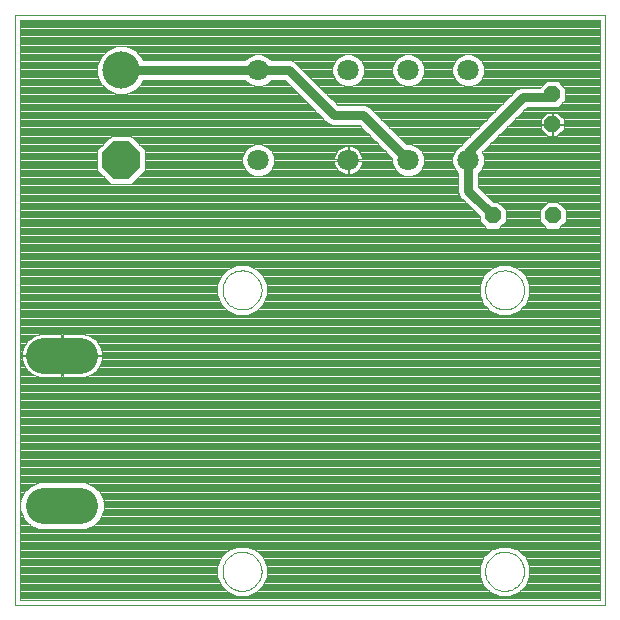
<source format=gtl>
G75*
G70*
%OFA0B0*%
%FSLAX24Y24*%
%IPPOS*%
%LPD*%
%AMOC8*
5,1,8,0,0,1.08239X$1,22.5*
%
%ADD10C,0.0000*%
%ADD11C,0.0709*%
%ADD12OC8,0.0520*%
%ADD13OC8,0.1240*%
%ADD14C,0.1240*%
%ADD15C,0.1210*%
%ADD16C,0.0039*%
%ADD17C,0.0295*%
D10*
X000121Y000504D02*
X000121Y020189D01*
X019806Y020189D01*
X019806Y000504D01*
X000121Y000504D01*
X007046Y001634D02*
X007048Y001684D01*
X007054Y001734D01*
X007064Y001784D01*
X007077Y001832D01*
X007094Y001880D01*
X007115Y001926D01*
X007139Y001970D01*
X007167Y002012D01*
X007198Y002052D01*
X007232Y002089D01*
X007269Y002124D01*
X007308Y002155D01*
X007349Y002184D01*
X007393Y002209D01*
X007439Y002231D01*
X007486Y002249D01*
X007534Y002263D01*
X007583Y002274D01*
X007633Y002281D01*
X007683Y002284D01*
X007734Y002283D01*
X007784Y002278D01*
X007834Y002269D01*
X007882Y002257D01*
X007930Y002240D01*
X007976Y002220D01*
X008021Y002197D01*
X008064Y002170D01*
X008104Y002140D01*
X008142Y002107D01*
X008177Y002071D01*
X008210Y002032D01*
X008239Y001991D01*
X008265Y001948D01*
X008288Y001903D01*
X008307Y001856D01*
X008322Y001808D01*
X008334Y001759D01*
X008342Y001709D01*
X008346Y001659D01*
X008346Y001609D01*
X008342Y001559D01*
X008334Y001509D01*
X008322Y001460D01*
X008307Y001412D01*
X008288Y001365D01*
X008265Y001320D01*
X008239Y001277D01*
X008210Y001236D01*
X008177Y001197D01*
X008142Y001161D01*
X008104Y001128D01*
X008064Y001098D01*
X008021Y001071D01*
X007976Y001048D01*
X007930Y001028D01*
X007882Y001011D01*
X007834Y000999D01*
X007784Y000990D01*
X007734Y000985D01*
X007683Y000984D01*
X007633Y000987D01*
X007583Y000994D01*
X007534Y001005D01*
X007486Y001019D01*
X007439Y001037D01*
X007393Y001059D01*
X007349Y001084D01*
X007308Y001113D01*
X007269Y001144D01*
X007232Y001179D01*
X007198Y001216D01*
X007167Y001256D01*
X007139Y001298D01*
X007115Y001342D01*
X007094Y001388D01*
X007077Y001436D01*
X007064Y001484D01*
X007054Y001534D01*
X007048Y001584D01*
X007046Y001634D01*
X015796Y001634D02*
X015798Y001684D01*
X015804Y001734D01*
X015814Y001784D01*
X015827Y001832D01*
X015844Y001880D01*
X015865Y001926D01*
X015889Y001970D01*
X015917Y002012D01*
X015948Y002052D01*
X015982Y002089D01*
X016019Y002124D01*
X016058Y002155D01*
X016099Y002184D01*
X016143Y002209D01*
X016189Y002231D01*
X016236Y002249D01*
X016284Y002263D01*
X016333Y002274D01*
X016383Y002281D01*
X016433Y002284D01*
X016484Y002283D01*
X016534Y002278D01*
X016584Y002269D01*
X016632Y002257D01*
X016680Y002240D01*
X016726Y002220D01*
X016771Y002197D01*
X016814Y002170D01*
X016854Y002140D01*
X016892Y002107D01*
X016927Y002071D01*
X016960Y002032D01*
X016989Y001991D01*
X017015Y001948D01*
X017038Y001903D01*
X017057Y001856D01*
X017072Y001808D01*
X017084Y001759D01*
X017092Y001709D01*
X017096Y001659D01*
X017096Y001609D01*
X017092Y001559D01*
X017084Y001509D01*
X017072Y001460D01*
X017057Y001412D01*
X017038Y001365D01*
X017015Y001320D01*
X016989Y001277D01*
X016960Y001236D01*
X016927Y001197D01*
X016892Y001161D01*
X016854Y001128D01*
X016814Y001098D01*
X016771Y001071D01*
X016726Y001048D01*
X016680Y001028D01*
X016632Y001011D01*
X016584Y000999D01*
X016534Y000990D01*
X016484Y000985D01*
X016433Y000984D01*
X016383Y000987D01*
X016333Y000994D01*
X016284Y001005D01*
X016236Y001019D01*
X016189Y001037D01*
X016143Y001059D01*
X016099Y001084D01*
X016058Y001113D01*
X016019Y001144D01*
X015982Y001179D01*
X015948Y001216D01*
X015917Y001256D01*
X015889Y001298D01*
X015865Y001342D01*
X015844Y001388D01*
X015827Y001436D01*
X015814Y001484D01*
X015804Y001534D01*
X015798Y001584D01*
X015796Y001634D01*
X015796Y011014D02*
X015798Y011064D01*
X015804Y011114D01*
X015814Y011164D01*
X015827Y011212D01*
X015844Y011260D01*
X015865Y011306D01*
X015889Y011350D01*
X015917Y011392D01*
X015948Y011432D01*
X015982Y011469D01*
X016019Y011504D01*
X016058Y011535D01*
X016099Y011564D01*
X016143Y011589D01*
X016189Y011611D01*
X016236Y011629D01*
X016284Y011643D01*
X016333Y011654D01*
X016383Y011661D01*
X016433Y011664D01*
X016484Y011663D01*
X016534Y011658D01*
X016584Y011649D01*
X016632Y011637D01*
X016680Y011620D01*
X016726Y011600D01*
X016771Y011577D01*
X016814Y011550D01*
X016854Y011520D01*
X016892Y011487D01*
X016927Y011451D01*
X016960Y011412D01*
X016989Y011371D01*
X017015Y011328D01*
X017038Y011283D01*
X017057Y011236D01*
X017072Y011188D01*
X017084Y011139D01*
X017092Y011089D01*
X017096Y011039D01*
X017096Y010989D01*
X017092Y010939D01*
X017084Y010889D01*
X017072Y010840D01*
X017057Y010792D01*
X017038Y010745D01*
X017015Y010700D01*
X016989Y010657D01*
X016960Y010616D01*
X016927Y010577D01*
X016892Y010541D01*
X016854Y010508D01*
X016814Y010478D01*
X016771Y010451D01*
X016726Y010428D01*
X016680Y010408D01*
X016632Y010391D01*
X016584Y010379D01*
X016534Y010370D01*
X016484Y010365D01*
X016433Y010364D01*
X016383Y010367D01*
X016333Y010374D01*
X016284Y010385D01*
X016236Y010399D01*
X016189Y010417D01*
X016143Y010439D01*
X016099Y010464D01*
X016058Y010493D01*
X016019Y010524D01*
X015982Y010559D01*
X015948Y010596D01*
X015917Y010636D01*
X015889Y010678D01*
X015865Y010722D01*
X015844Y010768D01*
X015827Y010816D01*
X015814Y010864D01*
X015804Y010914D01*
X015798Y010964D01*
X015796Y011014D01*
X007046Y011014D02*
X007048Y011064D01*
X007054Y011114D01*
X007064Y011164D01*
X007077Y011212D01*
X007094Y011260D01*
X007115Y011306D01*
X007139Y011350D01*
X007167Y011392D01*
X007198Y011432D01*
X007232Y011469D01*
X007269Y011504D01*
X007308Y011535D01*
X007349Y011564D01*
X007393Y011589D01*
X007439Y011611D01*
X007486Y011629D01*
X007534Y011643D01*
X007583Y011654D01*
X007633Y011661D01*
X007683Y011664D01*
X007734Y011663D01*
X007784Y011658D01*
X007834Y011649D01*
X007882Y011637D01*
X007930Y011620D01*
X007976Y011600D01*
X008021Y011577D01*
X008064Y011550D01*
X008104Y011520D01*
X008142Y011487D01*
X008177Y011451D01*
X008210Y011412D01*
X008239Y011371D01*
X008265Y011328D01*
X008288Y011283D01*
X008307Y011236D01*
X008322Y011188D01*
X008334Y011139D01*
X008342Y011089D01*
X008346Y011039D01*
X008346Y010989D01*
X008342Y010939D01*
X008334Y010889D01*
X008322Y010840D01*
X008307Y010792D01*
X008288Y010745D01*
X008265Y010700D01*
X008239Y010657D01*
X008210Y010616D01*
X008177Y010577D01*
X008142Y010541D01*
X008104Y010508D01*
X008064Y010478D01*
X008021Y010451D01*
X007976Y010428D01*
X007930Y010408D01*
X007882Y010391D01*
X007834Y010379D01*
X007784Y010370D01*
X007734Y010365D01*
X007683Y010364D01*
X007633Y010367D01*
X007583Y010374D01*
X007534Y010385D01*
X007486Y010399D01*
X007439Y010417D01*
X007393Y010439D01*
X007349Y010464D01*
X007308Y010493D01*
X007269Y010524D01*
X007232Y010559D01*
X007198Y010596D01*
X007167Y010636D01*
X007139Y010678D01*
X007115Y010722D01*
X007094Y010768D01*
X007077Y010816D01*
X007064Y010864D01*
X007054Y010914D01*
X007048Y010964D01*
X007046Y011014D01*
D11*
X008235Y015343D03*
X011235Y015343D03*
X013235Y015343D03*
X015235Y015343D03*
X015235Y018343D03*
X013235Y018343D03*
X011235Y018343D03*
X008235Y018343D03*
D12*
X016050Y013496D03*
X018050Y013496D03*
X018034Y016539D03*
X018034Y017539D03*
D13*
X003664Y015343D03*
D14*
X003664Y018343D03*
D15*
X002301Y008824D02*
X001091Y008824D01*
X001091Y003824D02*
X002301Y003824D01*
D16*
X002860Y004371D02*
X019629Y004371D01*
X019629Y004333D02*
X002898Y004333D01*
X002936Y004295D02*
X019629Y004295D01*
X019629Y004257D02*
X002968Y004257D01*
X002964Y004267D02*
X002744Y004487D01*
X002456Y004606D01*
X000935Y004606D01*
X000648Y004487D01*
X000428Y004267D01*
X000309Y003980D01*
X000309Y003668D01*
X000428Y003381D01*
X000648Y003161D01*
X000935Y003042D01*
X002456Y003042D01*
X002744Y003161D01*
X002964Y003381D01*
X003083Y003668D01*
X003083Y003980D01*
X002964Y004267D01*
X002984Y004219D02*
X019629Y004219D01*
X019629Y004182D02*
X002999Y004182D01*
X003015Y004144D02*
X019629Y004144D01*
X019629Y004106D02*
X003031Y004106D01*
X003046Y004068D02*
X019629Y004068D01*
X019629Y004030D02*
X003062Y004030D01*
X003078Y003992D02*
X019629Y003992D01*
X019629Y003954D02*
X003083Y003954D01*
X003083Y003916D02*
X019629Y003916D01*
X019629Y003878D02*
X003083Y003878D01*
X003083Y003840D02*
X019629Y003840D01*
X019629Y003802D02*
X003083Y003802D01*
X003083Y003764D02*
X019629Y003764D01*
X019629Y003727D02*
X003083Y003727D01*
X003083Y003689D02*
X019629Y003689D01*
X019629Y003651D02*
X003076Y003651D01*
X003060Y003613D02*
X019629Y003613D01*
X019629Y003575D02*
X003044Y003575D01*
X003028Y003537D02*
X019629Y003537D01*
X019629Y003499D02*
X003013Y003499D01*
X002997Y003461D02*
X019629Y003461D01*
X019629Y003423D02*
X002981Y003423D01*
X002966Y003385D02*
X019629Y003385D01*
X019629Y003347D02*
X002930Y003347D01*
X002892Y003310D02*
X019629Y003310D01*
X019629Y003272D02*
X002855Y003272D01*
X002817Y003234D02*
X019629Y003234D01*
X019629Y003196D02*
X002779Y003196D01*
X002737Y003158D02*
X019629Y003158D01*
X019629Y003120D02*
X002645Y003120D01*
X002554Y003082D02*
X019629Y003082D01*
X019629Y003044D02*
X002462Y003044D01*
X000929Y003044D02*
X000298Y003044D01*
X000298Y003006D02*
X019629Y003006D01*
X019629Y002968D02*
X000298Y002968D01*
X000298Y002930D02*
X019629Y002930D01*
X019629Y002892D02*
X000298Y002892D01*
X000298Y002855D02*
X019629Y002855D01*
X019629Y002817D02*
X000298Y002817D01*
X000298Y002779D02*
X019629Y002779D01*
X019629Y002741D02*
X000298Y002741D01*
X000298Y002703D02*
X019629Y002703D01*
X019629Y002665D02*
X000298Y002665D01*
X000298Y002627D02*
X019629Y002627D01*
X019629Y002589D02*
X000298Y002589D01*
X000298Y002551D02*
X019629Y002551D01*
X019629Y002513D02*
X000298Y002513D01*
X000298Y002475D02*
X019629Y002475D01*
X019629Y002438D02*
X016667Y002438D01*
X016610Y002461D02*
X016281Y002461D01*
X015977Y002335D01*
X015744Y002102D01*
X015619Y001798D01*
X015619Y001469D01*
X015744Y001165D01*
X015977Y000933D01*
X016281Y000807D01*
X016610Y000807D01*
X016914Y000933D01*
X017147Y001165D01*
X017273Y001469D01*
X017273Y001798D01*
X017147Y002102D01*
X016914Y002335D01*
X016610Y002461D01*
X016759Y002400D02*
X019629Y002400D01*
X019629Y002362D02*
X016850Y002362D01*
X016926Y002324D02*
X019629Y002324D01*
X019629Y002286D02*
X016964Y002286D01*
X017001Y002248D02*
X019629Y002248D01*
X019629Y002210D02*
X017039Y002210D01*
X017077Y002172D02*
X019629Y002172D01*
X019629Y002134D02*
X017115Y002134D01*
X017150Y002096D02*
X019629Y002096D01*
X019629Y002058D02*
X017165Y002058D01*
X017181Y002020D02*
X019629Y002020D01*
X019629Y001983D02*
X017197Y001983D01*
X017212Y001945D02*
X019629Y001945D01*
X019629Y001907D02*
X017228Y001907D01*
X017244Y001869D02*
X019629Y001869D01*
X019629Y001831D02*
X017259Y001831D01*
X017273Y001793D02*
X019629Y001793D01*
X019629Y001755D02*
X017273Y001755D01*
X017273Y001717D02*
X019629Y001717D01*
X019629Y001679D02*
X017273Y001679D01*
X017273Y001641D02*
X019629Y001641D01*
X019629Y001603D02*
X017273Y001603D01*
X017273Y001566D02*
X019629Y001566D01*
X019629Y001528D02*
X017273Y001528D01*
X017273Y001490D02*
X019629Y001490D01*
X019629Y001452D02*
X017266Y001452D01*
X017250Y001414D02*
X019629Y001414D01*
X019629Y001376D02*
X017234Y001376D01*
X017218Y001338D02*
X019629Y001338D01*
X019629Y001300D02*
X017203Y001300D01*
X017187Y001262D02*
X019629Y001262D01*
X019629Y001224D02*
X017171Y001224D01*
X017156Y001186D02*
X019629Y001186D01*
X019629Y001148D02*
X017130Y001148D01*
X017092Y001111D02*
X019629Y001111D01*
X019629Y001073D02*
X017054Y001073D01*
X017016Y001035D02*
X019629Y001035D01*
X019629Y000997D02*
X016978Y000997D01*
X016941Y000959D02*
X019629Y000959D01*
X019629Y000921D02*
X016886Y000921D01*
X016794Y000883D02*
X019629Y000883D01*
X019629Y000845D02*
X016703Y000845D01*
X016611Y000807D02*
X019629Y000807D01*
X019629Y000769D02*
X000298Y000769D01*
X000298Y000731D02*
X019629Y000731D01*
X019629Y000694D02*
X000298Y000694D01*
X000298Y000681D02*
X000298Y020012D01*
X019629Y020012D01*
X019629Y000681D01*
X000298Y000681D01*
X000298Y000807D02*
X007530Y000807D01*
X007531Y000807D02*
X007860Y000807D01*
X008164Y000933D01*
X008397Y001165D01*
X008523Y001469D01*
X008523Y001798D01*
X008397Y002102D01*
X008164Y002335D01*
X007860Y002461D01*
X007531Y002461D01*
X007227Y002335D01*
X006994Y002102D01*
X006869Y001798D01*
X006869Y001469D01*
X006994Y001165D01*
X007227Y000933D01*
X007531Y000807D01*
X007438Y000845D02*
X000298Y000845D01*
X000298Y000883D02*
X007347Y000883D01*
X007255Y000921D02*
X000298Y000921D01*
X000298Y000959D02*
X007201Y000959D01*
X007163Y000997D02*
X000298Y000997D01*
X000298Y001035D02*
X007125Y001035D01*
X007087Y001073D02*
X000298Y001073D01*
X000298Y001111D02*
X007049Y001111D01*
X007011Y001148D02*
X000298Y001148D01*
X000298Y001186D02*
X006986Y001186D01*
X006970Y001224D02*
X000298Y001224D01*
X000298Y001262D02*
X006954Y001262D01*
X006939Y001300D02*
X000298Y001300D01*
X000298Y001338D02*
X006923Y001338D01*
X006907Y001376D02*
X000298Y001376D01*
X000298Y001414D02*
X006892Y001414D01*
X006876Y001452D02*
X000298Y001452D01*
X000298Y001490D02*
X006869Y001490D01*
X006869Y001528D02*
X000298Y001528D01*
X000298Y001566D02*
X006869Y001566D01*
X006869Y001603D02*
X000298Y001603D01*
X000298Y001641D02*
X006869Y001641D01*
X006869Y001679D02*
X000298Y001679D01*
X000298Y001717D02*
X006869Y001717D01*
X006869Y001755D02*
X000298Y001755D01*
X000298Y001793D02*
X006869Y001793D01*
X006882Y001831D02*
X000298Y001831D01*
X000298Y001869D02*
X006898Y001869D01*
X006913Y001907D02*
X000298Y001907D01*
X000298Y001945D02*
X006929Y001945D01*
X006945Y001983D02*
X000298Y001983D01*
X000298Y002020D02*
X006961Y002020D01*
X006976Y002058D02*
X000298Y002058D01*
X000298Y002096D02*
X006992Y002096D01*
X007026Y002134D02*
X000298Y002134D01*
X000298Y002172D02*
X007064Y002172D01*
X007102Y002210D02*
X000298Y002210D01*
X000298Y002248D02*
X007140Y002248D01*
X007178Y002286D02*
X000298Y002286D01*
X000298Y002324D02*
X007216Y002324D01*
X007291Y002362D02*
X000298Y002362D01*
X000298Y002400D02*
X007383Y002400D01*
X007474Y002438D02*
X000298Y002438D01*
X000298Y003082D02*
X000838Y003082D01*
X000746Y003120D02*
X000298Y003120D01*
X000298Y003158D02*
X000655Y003158D01*
X000613Y003196D02*
X000298Y003196D01*
X000298Y003234D02*
X000575Y003234D01*
X000537Y003272D02*
X000298Y003272D01*
X000298Y003310D02*
X000499Y003310D01*
X000461Y003347D02*
X000298Y003347D01*
X000298Y003385D02*
X000426Y003385D01*
X000410Y003423D02*
X000298Y003423D01*
X000298Y003461D02*
X000394Y003461D01*
X000379Y003499D02*
X000298Y003499D01*
X000298Y003537D02*
X000363Y003537D01*
X000347Y003575D02*
X000298Y003575D01*
X000298Y003613D02*
X000332Y003613D01*
X000316Y003651D02*
X000298Y003651D01*
X000298Y003689D02*
X000309Y003689D01*
X000309Y003727D02*
X000298Y003727D01*
X000298Y003764D02*
X000309Y003764D01*
X000309Y003802D02*
X000298Y003802D01*
X000298Y003840D02*
X000309Y003840D01*
X000309Y003878D02*
X000298Y003878D01*
X000298Y003916D02*
X000309Y003916D01*
X000309Y003954D02*
X000298Y003954D01*
X000298Y003992D02*
X000314Y003992D01*
X000329Y004030D02*
X000298Y004030D01*
X000298Y004068D02*
X000345Y004068D01*
X000361Y004106D02*
X000298Y004106D01*
X000298Y004144D02*
X000377Y004144D01*
X000392Y004182D02*
X000298Y004182D01*
X000298Y004219D02*
X000408Y004219D01*
X000424Y004257D02*
X000298Y004257D01*
X000298Y004295D02*
X000456Y004295D01*
X000494Y004333D02*
X000298Y004333D01*
X000298Y004371D02*
X000532Y004371D01*
X000570Y004409D02*
X000298Y004409D01*
X000298Y004447D02*
X000608Y004447D01*
X000646Y004485D02*
X000298Y004485D01*
X000298Y004523D02*
X000734Y004523D01*
X000826Y004561D02*
X000298Y004561D01*
X000298Y004599D02*
X000917Y004599D01*
X000298Y004636D02*
X019629Y004636D01*
X019629Y004599D02*
X002474Y004599D01*
X002566Y004561D02*
X019629Y004561D01*
X019629Y004523D02*
X002657Y004523D01*
X002746Y004485D02*
X019629Y004485D01*
X019629Y004447D02*
X002784Y004447D01*
X002822Y004409D02*
X019629Y004409D01*
X019629Y004674D02*
X000298Y004674D01*
X000298Y004712D02*
X019629Y004712D01*
X019629Y004750D02*
X000298Y004750D01*
X000298Y004788D02*
X019629Y004788D01*
X019629Y004826D02*
X000298Y004826D01*
X000298Y004864D02*
X019629Y004864D01*
X019629Y004902D02*
X000298Y004902D01*
X000298Y004940D02*
X019629Y004940D01*
X019629Y004978D02*
X000298Y004978D01*
X000298Y005016D02*
X019629Y005016D01*
X019629Y005054D02*
X000298Y005054D01*
X000298Y005091D02*
X019629Y005091D01*
X019629Y005129D02*
X000298Y005129D01*
X000298Y005167D02*
X019629Y005167D01*
X019629Y005205D02*
X000298Y005205D01*
X000298Y005243D02*
X019629Y005243D01*
X019629Y005281D02*
X000298Y005281D01*
X000298Y005319D02*
X019629Y005319D01*
X019629Y005357D02*
X000298Y005357D01*
X000298Y005395D02*
X019629Y005395D01*
X019629Y005433D02*
X000298Y005433D01*
X000298Y005471D02*
X019629Y005471D01*
X019629Y005509D02*
X000298Y005509D01*
X000298Y005546D02*
X019629Y005546D01*
X019629Y005584D02*
X000298Y005584D01*
X000298Y005622D02*
X019629Y005622D01*
X019629Y005660D02*
X000298Y005660D01*
X000298Y005698D02*
X019629Y005698D01*
X019629Y005736D02*
X000298Y005736D01*
X000298Y005774D02*
X019629Y005774D01*
X019629Y005812D02*
X000298Y005812D01*
X000298Y005850D02*
X019629Y005850D01*
X019629Y005888D02*
X000298Y005888D01*
X000298Y005926D02*
X019629Y005926D01*
X019629Y005963D02*
X000298Y005963D01*
X000298Y006001D02*
X019629Y006001D01*
X019629Y006039D02*
X000298Y006039D01*
X000298Y006077D02*
X019629Y006077D01*
X019629Y006115D02*
X000298Y006115D01*
X000298Y006153D02*
X019629Y006153D01*
X019629Y006191D02*
X000298Y006191D01*
X000298Y006229D02*
X019629Y006229D01*
X019629Y006267D02*
X000298Y006267D01*
X000298Y006305D02*
X019629Y006305D01*
X019629Y006343D02*
X000298Y006343D01*
X000298Y006381D02*
X019629Y006381D01*
X019629Y006418D02*
X000298Y006418D01*
X000298Y006456D02*
X019629Y006456D01*
X019629Y006494D02*
X000298Y006494D01*
X000298Y006532D02*
X019629Y006532D01*
X019629Y006570D02*
X000298Y006570D01*
X000298Y006608D02*
X019629Y006608D01*
X019629Y006646D02*
X000298Y006646D01*
X000298Y006684D02*
X019629Y006684D01*
X019629Y006722D02*
X000298Y006722D01*
X000298Y006760D02*
X019629Y006760D01*
X019629Y006798D02*
X000298Y006798D01*
X000298Y006835D02*
X019629Y006835D01*
X019629Y006873D02*
X000298Y006873D01*
X000298Y006911D02*
X019629Y006911D01*
X019629Y006949D02*
X000298Y006949D01*
X000298Y006987D02*
X019629Y006987D01*
X019629Y007025D02*
X000298Y007025D01*
X000298Y007063D02*
X019629Y007063D01*
X019629Y007101D02*
X000298Y007101D01*
X000298Y007139D02*
X019629Y007139D01*
X019629Y007177D02*
X000298Y007177D01*
X000298Y007215D02*
X019629Y007215D01*
X019629Y007253D02*
X000298Y007253D01*
X000298Y007290D02*
X019629Y007290D01*
X019629Y007328D02*
X000298Y007328D01*
X000298Y007366D02*
X019629Y007366D01*
X019629Y007404D02*
X000298Y007404D01*
X000298Y007442D02*
X019629Y007442D01*
X019629Y007480D02*
X000298Y007480D01*
X000298Y007518D02*
X019629Y007518D01*
X019629Y007556D02*
X000298Y007556D01*
X000298Y007594D02*
X019629Y007594D01*
X019629Y007632D02*
X000298Y007632D01*
X000298Y007670D02*
X019629Y007670D01*
X019629Y007707D02*
X000298Y007707D01*
X000298Y007745D02*
X019629Y007745D01*
X019629Y007783D02*
X000298Y007783D01*
X000298Y007821D02*
X019629Y007821D01*
X019629Y007859D02*
X000298Y007859D01*
X000298Y007897D02*
X019629Y007897D01*
X019629Y007935D02*
X000298Y007935D01*
X000298Y007973D02*
X019629Y007973D01*
X019629Y008011D02*
X000298Y008011D01*
X000298Y008049D02*
X019629Y008049D01*
X019629Y008087D02*
X000298Y008087D01*
X000298Y008125D02*
X000901Y008125D01*
X000857Y008136D02*
X000949Y008112D01*
X001043Y008099D01*
X001676Y008099D01*
X001676Y008804D01*
X001715Y008804D01*
X001715Y008099D01*
X002348Y008099D01*
X002442Y008112D01*
X002534Y008136D01*
X002622Y008173D01*
X002704Y008220D01*
X002780Y008278D01*
X002847Y008345D01*
X002905Y008420D01*
X002952Y008503D01*
X002988Y008590D01*
X003013Y008682D01*
X003025Y008776D01*
X003025Y008804D01*
X001716Y008804D01*
X001716Y008844D01*
X003025Y008844D01*
X003025Y008871D01*
X003013Y008966D01*
X002988Y009057D01*
X002952Y009145D01*
X002905Y009227D01*
X002847Y009303D01*
X002780Y009370D01*
X002704Y009428D01*
X002622Y009475D01*
X002534Y009512D01*
X002442Y009536D01*
X002348Y009549D01*
X001715Y009549D01*
X001715Y008844D01*
X001676Y008844D01*
X001676Y009549D01*
X001043Y009549D01*
X000949Y009536D01*
X000857Y009512D01*
X000770Y009475D01*
X000687Y009428D01*
X000612Y009370D01*
X000545Y009303D01*
X000487Y009227D01*
X000439Y009145D01*
X000403Y009057D01*
X000378Y008966D01*
X000366Y008871D01*
X000366Y008844D01*
X001676Y008844D01*
X001676Y008804D01*
X000366Y008804D01*
X000366Y008776D01*
X000378Y008682D01*
X000403Y008590D01*
X000439Y008503D01*
X000487Y008420D01*
X000545Y008345D01*
X000612Y008278D01*
X000687Y008220D01*
X000770Y008173D01*
X000857Y008136D01*
X000794Y008162D02*
X000298Y008162D01*
X000298Y008200D02*
X000721Y008200D01*
X000664Y008238D02*
X000298Y008238D01*
X000298Y008276D02*
X000614Y008276D01*
X000576Y008314D02*
X000298Y008314D01*
X000298Y008352D02*
X000539Y008352D01*
X000510Y008390D02*
X000298Y008390D01*
X000298Y008428D02*
X000483Y008428D01*
X000461Y008466D02*
X000298Y008466D01*
X000298Y008504D02*
X000439Y008504D01*
X000423Y008542D02*
X000298Y008542D01*
X000298Y008579D02*
X000408Y008579D01*
X000396Y008617D02*
X000298Y008617D01*
X000298Y008655D02*
X000386Y008655D01*
X000377Y008693D02*
X000298Y008693D01*
X000298Y008731D02*
X000372Y008731D01*
X000367Y008769D02*
X000298Y008769D01*
X000298Y008807D02*
X001676Y008807D01*
X001676Y008845D02*
X001715Y008845D01*
X001715Y008883D02*
X001676Y008883D01*
X001676Y008921D02*
X001715Y008921D01*
X001715Y008959D02*
X001676Y008959D01*
X001676Y008997D02*
X001715Y008997D01*
X001715Y009034D02*
X001676Y009034D01*
X001676Y009072D02*
X001715Y009072D01*
X001715Y009110D02*
X001676Y009110D01*
X001676Y009148D02*
X001715Y009148D01*
X001715Y009186D02*
X001676Y009186D01*
X001676Y009224D02*
X001715Y009224D01*
X001715Y009262D02*
X001676Y009262D01*
X001676Y009300D02*
X001715Y009300D01*
X001715Y009338D02*
X001676Y009338D01*
X001676Y009376D02*
X001715Y009376D01*
X001715Y009414D02*
X001676Y009414D01*
X001676Y009451D02*
X001715Y009451D01*
X001715Y009489D02*
X001676Y009489D01*
X001676Y009527D02*
X001715Y009527D01*
X001716Y008807D02*
X019629Y008807D01*
X019629Y008845D02*
X003025Y008845D01*
X003024Y008883D02*
X019629Y008883D01*
X019629Y008921D02*
X003019Y008921D01*
X003014Y008959D02*
X019629Y008959D01*
X019629Y008997D02*
X003005Y008997D01*
X002995Y009034D02*
X019629Y009034D01*
X019629Y009072D02*
X002982Y009072D01*
X002966Y009110D02*
X019629Y009110D01*
X019629Y009148D02*
X002950Y009148D01*
X002928Y009186D02*
X019629Y009186D01*
X019629Y009224D02*
X002907Y009224D01*
X002878Y009262D02*
X019629Y009262D01*
X019629Y009300D02*
X002849Y009300D01*
X002812Y009338D02*
X019629Y009338D01*
X019629Y009376D02*
X002772Y009376D01*
X002723Y009414D02*
X019629Y009414D01*
X019629Y009451D02*
X002663Y009451D01*
X002588Y009489D02*
X019629Y009489D01*
X019629Y009527D02*
X002476Y009527D01*
X003024Y008769D02*
X019629Y008769D01*
X019629Y008731D02*
X003019Y008731D01*
X003014Y008693D02*
X019629Y008693D01*
X019629Y008655D02*
X003006Y008655D01*
X002996Y008617D02*
X019629Y008617D01*
X019629Y008579D02*
X002984Y008579D01*
X002968Y008542D02*
X019629Y008542D01*
X019629Y008504D02*
X002952Y008504D01*
X002931Y008466D02*
X019629Y008466D01*
X019629Y008428D02*
X002909Y008428D01*
X002881Y008390D02*
X019629Y008390D01*
X019629Y008352D02*
X002852Y008352D01*
X002816Y008314D02*
X019629Y008314D01*
X019629Y008276D02*
X002777Y008276D01*
X002728Y008238D02*
X019629Y008238D01*
X019629Y008200D02*
X002670Y008200D01*
X002597Y008162D02*
X019629Y008162D01*
X019629Y008125D02*
X002491Y008125D01*
X001715Y008125D02*
X001676Y008125D01*
X001676Y008162D02*
X001715Y008162D01*
X001715Y008200D02*
X001676Y008200D01*
X001676Y008238D02*
X001715Y008238D01*
X001715Y008276D02*
X001676Y008276D01*
X001676Y008314D02*
X001715Y008314D01*
X001715Y008352D02*
X001676Y008352D01*
X001676Y008390D02*
X001715Y008390D01*
X001715Y008428D02*
X001676Y008428D01*
X001676Y008466D02*
X001715Y008466D01*
X001715Y008504D02*
X001676Y008504D01*
X001676Y008542D02*
X001715Y008542D01*
X001715Y008579D02*
X001676Y008579D01*
X001676Y008617D02*
X001715Y008617D01*
X001715Y008655D02*
X001676Y008655D01*
X001676Y008693D02*
X001715Y008693D01*
X001715Y008731D02*
X001676Y008731D01*
X001676Y008769D02*
X001715Y008769D01*
X000916Y009527D02*
X000298Y009527D01*
X000298Y009489D02*
X000804Y009489D01*
X000728Y009451D02*
X000298Y009451D01*
X000298Y009414D02*
X000669Y009414D01*
X000619Y009376D02*
X000298Y009376D01*
X000298Y009338D02*
X000580Y009338D01*
X000543Y009300D02*
X000298Y009300D01*
X000298Y009262D02*
X000513Y009262D01*
X000485Y009224D02*
X000298Y009224D01*
X000298Y009186D02*
X000463Y009186D01*
X000441Y009148D02*
X000298Y009148D01*
X000298Y009110D02*
X000425Y009110D01*
X000409Y009072D02*
X000298Y009072D01*
X000298Y009034D02*
X000397Y009034D01*
X000387Y008997D02*
X000298Y008997D01*
X000298Y008959D02*
X000378Y008959D01*
X000373Y008921D02*
X000298Y008921D01*
X000298Y008883D02*
X000368Y008883D01*
X000366Y008845D02*
X000298Y008845D01*
X000298Y009565D02*
X019629Y009565D01*
X019629Y009603D02*
X000298Y009603D01*
X000298Y009641D02*
X019629Y009641D01*
X019629Y009679D02*
X000298Y009679D01*
X000298Y009717D02*
X019629Y009717D01*
X019629Y009755D02*
X000298Y009755D01*
X000298Y009793D02*
X019629Y009793D01*
X019629Y009831D02*
X000298Y009831D01*
X000298Y009869D02*
X019629Y009869D01*
X019629Y009906D02*
X000298Y009906D01*
X000298Y009944D02*
X019629Y009944D01*
X019629Y009982D02*
X000298Y009982D01*
X000298Y010020D02*
X019629Y010020D01*
X019629Y010058D02*
X000298Y010058D01*
X000298Y010096D02*
X019629Y010096D01*
X019629Y010134D02*
X000298Y010134D01*
X000298Y010172D02*
X019629Y010172D01*
X019629Y010210D02*
X016666Y010210D01*
X016610Y010187D02*
X016914Y010313D01*
X017147Y010545D01*
X017273Y010849D01*
X017273Y011178D01*
X017147Y011482D01*
X016914Y011715D01*
X016610Y011841D01*
X016281Y011841D01*
X015977Y011715D01*
X015744Y011482D01*
X015619Y011178D01*
X015619Y010849D01*
X015744Y010545D01*
X015977Y010313D01*
X016281Y010187D01*
X016610Y010187D01*
X016757Y010248D02*
X019629Y010248D01*
X019629Y010286D02*
X016849Y010286D01*
X016925Y010324D02*
X019629Y010324D01*
X019629Y010361D02*
X016963Y010361D01*
X017001Y010399D02*
X019629Y010399D01*
X019629Y010437D02*
X017039Y010437D01*
X017077Y010475D02*
X019629Y010475D01*
X019629Y010513D02*
X017115Y010513D01*
X017149Y010551D02*
X019629Y010551D01*
X019629Y010589D02*
X017165Y010589D01*
X017181Y010627D02*
X019629Y010627D01*
X019629Y010665D02*
X017196Y010665D01*
X017212Y010703D02*
X019629Y010703D01*
X019629Y010741D02*
X017228Y010741D01*
X017244Y010778D02*
X019629Y010778D01*
X019629Y010816D02*
X017259Y010816D01*
X017273Y010854D02*
X019629Y010854D01*
X019629Y010892D02*
X017273Y010892D01*
X017273Y010930D02*
X019629Y010930D01*
X019629Y010968D02*
X017273Y010968D01*
X017273Y011006D02*
X019629Y011006D01*
X019629Y011044D02*
X017273Y011044D01*
X017273Y011082D02*
X019629Y011082D01*
X019629Y011120D02*
X017273Y011120D01*
X017273Y011158D02*
X019629Y011158D01*
X019629Y011196D02*
X017266Y011196D01*
X017250Y011233D02*
X019629Y011233D01*
X019629Y011271D02*
X017234Y011271D01*
X017219Y011309D02*
X019629Y011309D01*
X019629Y011347D02*
X017203Y011347D01*
X017187Y011385D02*
X019629Y011385D01*
X019629Y011423D02*
X017172Y011423D01*
X017156Y011461D02*
X019629Y011461D01*
X019629Y011499D02*
X017131Y011499D01*
X017093Y011537D02*
X019629Y011537D01*
X019629Y011575D02*
X017055Y011575D01*
X017017Y011613D02*
X019629Y011613D01*
X019629Y011650D02*
X016979Y011650D01*
X016941Y011688D02*
X019629Y011688D01*
X019629Y011726D02*
X016887Y011726D01*
X016796Y011764D02*
X019629Y011764D01*
X019629Y011802D02*
X016704Y011802D01*
X016613Y011840D02*
X019629Y011840D01*
X019629Y011878D02*
X000298Y011878D01*
X000298Y011916D02*
X019629Y011916D01*
X019629Y011954D02*
X000298Y011954D01*
X000298Y011992D02*
X019629Y011992D01*
X019629Y012030D02*
X000298Y012030D01*
X000298Y012068D02*
X019629Y012068D01*
X019629Y012105D02*
X000298Y012105D01*
X000298Y012143D02*
X019629Y012143D01*
X019629Y012181D02*
X000298Y012181D01*
X000298Y012219D02*
X019629Y012219D01*
X019629Y012257D02*
X000298Y012257D01*
X000298Y012295D02*
X019629Y012295D01*
X019629Y012333D02*
X000298Y012333D01*
X000298Y012371D02*
X019629Y012371D01*
X019629Y012409D02*
X000298Y012409D01*
X000298Y012447D02*
X019629Y012447D01*
X019629Y012485D02*
X000298Y012485D01*
X000298Y012522D02*
X019629Y012522D01*
X019629Y012560D02*
X000298Y012560D01*
X000298Y012598D02*
X019629Y012598D01*
X019629Y012636D02*
X000298Y012636D01*
X000298Y012674D02*
X019629Y012674D01*
X019629Y012712D02*
X000298Y012712D01*
X000298Y012750D02*
X019629Y012750D01*
X019629Y012788D02*
X000298Y012788D01*
X000298Y012826D02*
X019629Y012826D01*
X019629Y012864D02*
X000298Y012864D01*
X000298Y012902D02*
X019629Y012902D01*
X019629Y012940D02*
X000298Y012940D01*
X000298Y012977D02*
X019629Y012977D01*
X019629Y013015D02*
X000298Y013015D01*
X000298Y013053D02*
X019629Y013053D01*
X019629Y013091D02*
X018263Y013091D01*
X018231Y013059D02*
X018487Y013315D01*
X018487Y013677D01*
X018231Y013933D01*
X017869Y013933D01*
X017613Y013677D01*
X017613Y013315D01*
X017869Y013059D01*
X018231Y013059D01*
X018301Y013129D02*
X019629Y013129D01*
X019629Y013167D02*
X018339Y013167D01*
X018377Y013205D02*
X019629Y013205D01*
X019629Y013243D02*
X018415Y013243D01*
X018453Y013281D02*
X019629Y013281D01*
X019629Y013319D02*
X018487Y013319D01*
X018487Y013357D02*
X019629Y013357D01*
X019629Y013394D02*
X018487Y013394D01*
X018487Y013432D02*
X019629Y013432D01*
X019629Y013470D02*
X018487Y013470D01*
X018487Y013508D02*
X019629Y013508D01*
X019629Y013546D02*
X018487Y013546D01*
X018487Y013584D02*
X019629Y013584D01*
X019629Y013622D02*
X018487Y013622D01*
X018487Y013660D02*
X019629Y013660D01*
X019629Y013698D02*
X018467Y013698D01*
X018429Y013736D02*
X019629Y013736D01*
X019629Y013774D02*
X018391Y013774D01*
X018353Y013812D02*
X019629Y013812D01*
X019629Y013849D02*
X018315Y013849D01*
X018277Y013887D02*
X019629Y013887D01*
X019629Y013925D02*
X018239Y013925D01*
X017861Y013925D02*
X016239Y013925D01*
X016231Y013933D02*
X016072Y013933D01*
X015560Y014446D01*
X015560Y014916D01*
X015686Y015041D01*
X015767Y015237D01*
X015767Y015448D01*
X015696Y015619D01*
X017185Y017108D01*
X017847Y017108D01*
X017853Y017102D01*
X018215Y017102D01*
X018471Y017358D01*
X018471Y017720D01*
X018215Y017976D01*
X017853Y017976D01*
X017635Y017758D01*
X016985Y017758D01*
X016866Y017708D01*
X016775Y017617D01*
X014963Y015805D01*
X014934Y015793D01*
X014785Y015644D01*
X014704Y015448D01*
X014704Y015237D01*
X014785Y015041D01*
X014910Y014916D01*
X014910Y014376D01*
X014910Y014246D01*
X014960Y014127D01*
X015613Y013474D01*
X015613Y013315D01*
X015869Y013059D01*
X016231Y013059D01*
X016487Y013315D01*
X016487Y013677D01*
X016231Y013933D01*
X016277Y013887D02*
X017823Y013887D01*
X017785Y013849D02*
X016315Y013849D01*
X016353Y013812D02*
X017747Y013812D01*
X017709Y013774D02*
X016391Y013774D01*
X016429Y013736D02*
X017671Y013736D01*
X017634Y013698D02*
X016467Y013698D01*
X016487Y013660D02*
X017613Y013660D01*
X017613Y013622D02*
X016487Y013622D01*
X016487Y013584D02*
X017613Y013584D01*
X017613Y013546D02*
X016487Y013546D01*
X016487Y013508D02*
X017613Y013508D01*
X017613Y013470D02*
X016487Y013470D01*
X016487Y013432D02*
X017613Y013432D01*
X017613Y013394D02*
X016487Y013394D01*
X016487Y013357D02*
X017613Y013357D01*
X017613Y013319D02*
X016487Y013319D01*
X016453Y013281D02*
X017647Y013281D01*
X017685Y013243D02*
X016415Y013243D01*
X016377Y013205D02*
X017723Y013205D01*
X017761Y013167D02*
X016339Y013167D01*
X016301Y013129D02*
X017799Y013129D01*
X017837Y013091D02*
X016263Y013091D01*
X015837Y013091D02*
X000298Y013091D01*
X000298Y013129D02*
X015799Y013129D01*
X015761Y013167D02*
X000298Y013167D01*
X000298Y013205D02*
X015723Y013205D01*
X015685Y013243D02*
X000298Y013243D01*
X000298Y013281D02*
X015647Y013281D01*
X015613Y013319D02*
X000298Y013319D01*
X000298Y013357D02*
X015613Y013357D01*
X015613Y013394D02*
X000298Y013394D01*
X000298Y013432D02*
X015613Y013432D01*
X015613Y013470D02*
X000298Y013470D01*
X000298Y013508D02*
X015579Y013508D01*
X015541Y013546D02*
X000298Y013546D01*
X000298Y013584D02*
X015503Y013584D01*
X015465Y013622D02*
X000298Y013622D01*
X000298Y013660D02*
X015427Y013660D01*
X015389Y013698D02*
X000298Y013698D01*
X000298Y013736D02*
X015351Y013736D01*
X015313Y013774D02*
X000298Y013774D01*
X000298Y013812D02*
X015275Y013812D01*
X015237Y013849D02*
X000298Y013849D01*
X000298Y013887D02*
X015199Y013887D01*
X015161Y013925D02*
X000298Y013925D01*
X000298Y013963D02*
X015124Y013963D01*
X015086Y014001D02*
X000298Y014001D01*
X000298Y014039D02*
X015048Y014039D01*
X015010Y014077D02*
X000298Y014077D01*
X000298Y014115D02*
X014972Y014115D01*
X014949Y014153D02*
X000298Y014153D01*
X000298Y014191D02*
X014933Y014191D01*
X014918Y014229D02*
X000298Y014229D01*
X000298Y014266D02*
X014910Y014266D01*
X014910Y014304D02*
X000298Y014304D01*
X000298Y014342D02*
X014910Y014342D01*
X014910Y014380D02*
X000298Y014380D01*
X000298Y014418D02*
X014910Y014418D01*
X014910Y014456D02*
X000298Y014456D01*
X000298Y014494D02*
X014910Y014494D01*
X014910Y014532D02*
X000298Y014532D01*
X000298Y014570D02*
X003310Y014570D01*
X003334Y014545D02*
X003994Y014545D01*
X004461Y015012D01*
X004461Y015673D01*
X003994Y016140D01*
X003334Y016140D01*
X002867Y015673D01*
X002867Y015012D01*
X003334Y014545D01*
X003272Y014608D02*
X000298Y014608D01*
X000298Y014646D02*
X003234Y014646D01*
X003196Y014684D02*
X000298Y014684D01*
X000298Y014721D02*
X003158Y014721D01*
X003120Y014759D02*
X000298Y014759D01*
X000298Y014797D02*
X003082Y014797D01*
X003044Y014835D02*
X000298Y014835D01*
X000298Y014873D02*
X003006Y014873D01*
X002968Y014911D02*
X000298Y014911D01*
X000298Y014949D02*
X002930Y014949D01*
X002893Y014987D02*
X000298Y014987D01*
X000298Y015025D02*
X002867Y015025D01*
X002867Y015063D02*
X000298Y015063D01*
X000298Y015101D02*
X002867Y015101D01*
X002867Y015139D02*
X000298Y015139D01*
X000298Y015176D02*
X002867Y015176D01*
X002867Y015214D02*
X000298Y015214D01*
X000298Y015252D02*
X002867Y015252D01*
X002867Y015290D02*
X000298Y015290D01*
X000298Y015328D02*
X002867Y015328D01*
X002867Y015366D02*
X000298Y015366D01*
X000298Y015404D02*
X002867Y015404D01*
X002867Y015442D02*
X000298Y015442D01*
X000298Y015480D02*
X002867Y015480D01*
X002867Y015518D02*
X000298Y015518D01*
X000298Y015556D02*
X002867Y015556D01*
X002867Y015593D02*
X000298Y015593D01*
X000298Y015631D02*
X002867Y015631D01*
X002867Y015669D02*
X000298Y015669D01*
X000298Y015707D02*
X002902Y015707D01*
X002940Y015745D02*
X000298Y015745D01*
X000298Y015783D02*
X002977Y015783D01*
X003015Y015821D02*
X000298Y015821D01*
X000298Y015859D02*
X003053Y015859D01*
X003091Y015897D02*
X000298Y015897D01*
X000298Y015935D02*
X003129Y015935D01*
X003167Y015973D02*
X000298Y015973D01*
X000298Y016011D02*
X003205Y016011D01*
X003243Y016048D02*
X000298Y016048D01*
X000298Y016086D02*
X003281Y016086D01*
X003319Y016124D02*
X000298Y016124D01*
X000298Y016162D02*
X011956Y016162D01*
X011994Y016124D02*
X004010Y016124D01*
X004048Y016086D02*
X012032Y016086D01*
X012070Y016048D02*
X004086Y016048D01*
X004124Y016011D02*
X012108Y016011D01*
X012146Y015973D02*
X004161Y015973D01*
X004199Y015935D02*
X012184Y015935D01*
X012221Y015897D02*
X004237Y015897D01*
X004275Y015859D02*
X008093Y015859D01*
X008129Y015874D02*
X007934Y015793D01*
X007785Y015644D01*
X007704Y015448D01*
X007704Y015237D01*
X007785Y015041D01*
X007934Y014892D01*
X008129Y014811D01*
X008341Y014811D01*
X008536Y014892D01*
X008686Y015041D01*
X008767Y015237D01*
X008767Y015448D01*
X008686Y015644D01*
X008536Y015793D01*
X008341Y015874D01*
X008129Y015874D01*
X008001Y015821D02*
X004313Y015821D01*
X004351Y015783D02*
X007924Y015783D01*
X007886Y015745D02*
X004389Y015745D01*
X004427Y015707D02*
X007848Y015707D01*
X007810Y015669D02*
X004461Y015669D01*
X004461Y015631D02*
X007779Y015631D01*
X007764Y015593D02*
X004461Y015593D01*
X004461Y015556D02*
X007748Y015556D01*
X007732Y015518D02*
X004461Y015518D01*
X004461Y015480D02*
X007717Y015480D01*
X007704Y015442D02*
X004461Y015442D01*
X004461Y015404D02*
X007704Y015404D01*
X007704Y015366D02*
X004461Y015366D01*
X004461Y015328D02*
X007704Y015328D01*
X007704Y015290D02*
X004461Y015290D01*
X004461Y015252D02*
X007704Y015252D01*
X007713Y015214D02*
X004461Y015214D01*
X004461Y015176D02*
X007729Y015176D01*
X007744Y015139D02*
X004461Y015139D01*
X004461Y015101D02*
X007760Y015101D01*
X007776Y015063D02*
X004461Y015063D01*
X004461Y015025D02*
X007801Y015025D01*
X007839Y014987D02*
X004436Y014987D01*
X004398Y014949D02*
X007877Y014949D01*
X007915Y014911D02*
X004360Y014911D01*
X004322Y014873D02*
X007979Y014873D01*
X008071Y014835D02*
X004284Y014835D01*
X004246Y014797D02*
X014910Y014797D01*
X014910Y014759D02*
X004208Y014759D01*
X004171Y014721D02*
X014910Y014721D01*
X014910Y014684D02*
X004133Y014684D01*
X004095Y014646D02*
X014910Y014646D01*
X014910Y014608D02*
X004057Y014608D01*
X004019Y014570D02*
X014910Y014570D01*
X014910Y014835D02*
X013399Y014835D01*
X013341Y014811D02*
X013536Y014892D01*
X013686Y015041D01*
X013767Y015237D01*
X013767Y015448D01*
X013686Y015644D01*
X013536Y015793D01*
X013341Y015874D01*
X013163Y015874D01*
X011919Y017118D01*
X011800Y017167D01*
X011670Y017167D01*
X010885Y017167D01*
X009435Y018618D01*
X009315Y018667D01*
X009186Y018667D01*
X008662Y018667D01*
X008536Y018793D01*
X008341Y018874D01*
X008129Y018874D01*
X007934Y018793D01*
X007808Y018667D01*
X004393Y018667D01*
X004340Y018794D01*
X004116Y019018D01*
X003823Y019140D01*
X003506Y019140D01*
X003213Y019018D01*
X002988Y018794D01*
X002867Y018501D01*
X002867Y018184D01*
X002988Y017891D01*
X003213Y017667D01*
X003506Y017545D01*
X003823Y017545D01*
X004116Y017667D01*
X004340Y017891D01*
X004393Y018018D01*
X007808Y018018D01*
X007934Y017892D01*
X008129Y017811D01*
X008341Y017811D01*
X008536Y017892D01*
X008662Y018018D01*
X009116Y018018D01*
X010476Y016659D01*
X010476Y016659D01*
X010567Y016567D01*
X010686Y016518D01*
X011601Y016518D01*
X012704Y015415D01*
X012704Y015237D01*
X012785Y015041D01*
X012934Y014892D01*
X013129Y014811D01*
X013341Y014811D01*
X013491Y014873D02*
X014910Y014873D01*
X014910Y014911D02*
X013555Y014911D01*
X013593Y014949D02*
X014877Y014949D01*
X014839Y014987D02*
X013631Y014987D01*
X013669Y015025D02*
X014801Y015025D01*
X014776Y015063D02*
X013694Y015063D01*
X013710Y015101D02*
X014760Y015101D01*
X014744Y015139D02*
X013726Y015139D01*
X013742Y015176D02*
X014729Y015176D01*
X014713Y015214D02*
X013757Y015214D01*
X013767Y015252D02*
X014704Y015252D01*
X014704Y015290D02*
X013767Y015290D01*
X013767Y015328D02*
X014704Y015328D01*
X014704Y015366D02*
X013767Y015366D01*
X013767Y015404D02*
X014704Y015404D01*
X014704Y015442D02*
X013767Y015442D01*
X013754Y015480D02*
X014717Y015480D01*
X014732Y015518D02*
X013738Y015518D01*
X013722Y015556D02*
X014748Y015556D01*
X014764Y015593D02*
X013706Y015593D01*
X013691Y015631D02*
X014779Y015631D01*
X014810Y015669D02*
X013660Y015669D01*
X013622Y015707D02*
X014848Y015707D01*
X014886Y015745D02*
X013584Y015745D01*
X013546Y015783D02*
X014924Y015783D01*
X014979Y015821D02*
X013469Y015821D01*
X013377Y015859D02*
X015017Y015859D01*
X015054Y015897D02*
X013140Y015897D01*
X013102Y015935D02*
X015092Y015935D01*
X015130Y015973D02*
X013064Y015973D01*
X013026Y016011D02*
X015168Y016011D01*
X015206Y016048D02*
X012989Y016048D01*
X012951Y016086D02*
X015244Y016086D01*
X015282Y016124D02*
X012913Y016124D01*
X012875Y016162D02*
X015320Y016162D01*
X015358Y016200D02*
X012837Y016200D01*
X012799Y016238D02*
X015396Y016238D01*
X015434Y016276D02*
X012761Y016276D01*
X012723Y016314D02*
X015472Y016314D01*
X015509Y016352D02*
X012685Y016352D01*
X012647Y016390D02*
X015547Y016390D01*
X015585Y016428D02*
X012609Y016428D01*
X012571Y016465D02*
X015623Y016465D01*
X015661Y016503D02*
X012534Y016503D01*
X012496Y016541D02*
X015699Y016541D01*
X015737Y016579D02*
X012458Y016579D01*
X012420Y016617D02*
X015775Y016617D01*
X015813Y016655D02*
X012382Y016655D01*
X012344Y016693D02*
X015851Y016693D01*
X015889Y016731D02*
X012306Y016731D01*
X012268Y016769D02*
X015926Y016769D01*
X015964Y016807D02*
X012230Y016807D01*
X012192Y016845D02*
X016002Y016845D01*
X016040Y016883D02*
X012154Y016883D01*
X012116Y016920D02*
X016078Y016920D01*
X016116Y016958D02*
X012079Y016958D01*
X012041Y016996D02*
X016154Y016996D01*
X016192Y017034D02*
X012003Y017034D01*
X011965Y017072D02*
X016230Y017072D01*
X016268Y017110D02*
X011927Y017110D01*
X011846Y017148D02*
X016306Y017148D01*
X016344Y017186D02*
X010867Y017186D01*
X010829Y017224D02*
X016381Y017224D01*
X016419Y017262D02*
X010791Y017262D01*
X010753Y017300D02*
X016457Y017300D01*
X016495Y017337D02*
X010715Y017337D01*
X010677Y017375D02*
X016533Y017375D01*
X016571Y017413D02*
X010639Y017413D01*
X010601Y017451D02*
X016609Y017451D01*
X016647Y017489D02*
X010564Y017489D01*
X010526Y017527D02*
X016685Y017527D01*
X016723Y017565D02*
X010488Y017565D01*
X010450Y017603D02*
X016761Y017603D01*
X016798Y017641D02*
X010412Y017641D01*
X010374Y017679D02*
X016836Y017679D01*
X016886Y017717D02*
X010336Y017717D01*
X010298Y017755D02*
X016977Y017755D01*
X017669Y017792D02*
X010260Y017792D01*
X010222Y017830D02*
X011083Y017830D01*
X011129Y017811D02*
X011341Y017811D01*
X011536Y017892D01*
X011686Y018041D01*
X011767Y018237D01*
X011767Y018448D01*
X011686Y018644D01*
X011536Y018793D01*
X011341Y018874D01*
X011129Y018874D01*
X010934Y018793D01*
X010785Y018644D01*
X010704Y018448D01*
X010704Y018237D01*
X010785Y018041D01*
X010934Y017892D01*
X011129Y017811D01*
X010991Y017868D02*
X010184Y017868D01*
X010146Y017906D02*
X010920Y017906D01*
X010882Y017944D02*
X010109Y017944D01*
X010071Y017982D02*
X010844Y017982D01*
X010806Y018020D02*
X010033Y018020D01*
X009995Y018058D02*
X010778Y018058D01*
X010762Y018096D02*
X009957Y018096D01*
X009919Y018134D02*
X010746Y018134D01*
X010731Y018172D02*
X009881Y018172D01*
X009843Y018209D02*
X010715Y018209D01*
X010704Y018247D02*
X009805Y018247D01*
X009767Y018285D02*
X010704Y018285D01*
X010704Y018323D02*
X009729Y018323D01*
X009692Y018361D02*
X010704Y018361D01*
X010704Y018399D02*
X009654Y018399D01*
X009616Y018437D02*
X010704Y018437D01*
X010715Y018475D02*
X009578Y018475D01*
X009540Y018513D02*
X010730Y018513D01*
X010746Y018551D02*
X009502Y018551D01*
X009464Y018589D02*
X010762Y018589D01*
X010777Y018627D02*
X009414Y018627D01*
X009322Y018664D02*
X010805Y018664D01*
X010843Y018702D02*
X008627Y018702D01*
X008589Y018740D02*
X010881Y018740D01*
X010919Y018778D02*
X008551Y018778D01*
X008481Y018816D02*
X010990Y018816D01*
X011081Y018854D02*
X008389Y018854D01*
X008081Y018854D02*
X004280Y018854D01*
X004242Y018892D02*
X019629Y018892D01*
X019629Y018930D02*
X004204Y018930D01*
X004166Y018968D02*
X019629Y018968D01*
X019629Y019006D02*
X004128Y019006D01*
X004055Y019044D02*
X019629Y019044D01*
X019629Y019081D02*
X003963Y019081D01*
X003872Y019119D02*
X019629Y019119D01*
X019629Y019157D02*
X000298Y019157D01*
X000298Y019119D02*
X003457Y019119D01*
X003365Y019081D02*
X000298Y019081D01*
X000298Y019044D02*
X003274Y019044D01*
X003200Y019006D02*
X000298Y019006D01*
X000298Y018968D02*
X003162Y018968D01*
X003124Y018930D02*
X000298Y018930D01*
X000298Y018892D02*
X003086Y018892D01*
X003048Y018854D02*
X000298Y018854D01*
X000298Y018816D02*
X003010Y018816D01*
X002982Y018778D02*
X000298Y018778D01*
X000298Y018740D02*
X002966Y018740D01*
X002950Y018702D02*
X000298Y018702D01*
X000298Y018664D02*
X002935Y018664D01*
X002919Y018627D02*
X000298Y018627D01*
X000298Y018589D02*
X002903Y018589D01*
X002888Y018551D02*
X000298Y018551D01*
X000298Y018513D02*
X002872Y018513D01*
X002867Y018475D02*
X000298Y018475D01*
X000298Y018437D02*
X002867Y018437D01*
X002867Y018399D02*
X000298Y018399D01*
X000298Y018361D02*
X002867Y018361D01*
X002867Y018323D02*
X000298Y018323D01*
X000298Y018285D02*
X002867Y018285D01*
X002867Y018247D02*
X000298Y018247D01*
X000298Y018209D02*
X002867Y018209D01*
X002872Y018172D02*
X000298Y018172D01*
X000298Y018134D02*
X002888Y018134D01*
X002904Y018096D02*
X000298Y018096D01*
X000298Y018058D02*
X002919Y018058D01*
X002935Y018020D02*
X000298Y018020D01*
X000298Y017982D02*
X002951Y017982D01*
X002966Y017944D02*
X000298Y017944D01*
X000298Y017906D02*
X002982Y017906D01*
X003011Y017868D02*
X000298Y017868D01*
X000298Y017830D02*
X003049Y017830D01*
X003087Y017792D02*
X000298Y017792D01*
X000298Y017755D02*
X003125Y017755D01*
X003163Y017717D02*
X000298Y017717D01*
X000298Y017679D02*
X003201Y017679D01*
X003275Y017641D02*
X000298Y017641D01*
X000298Y017603D02*
X003367Y017603D01*
X003458Y017565D02*
X000298Y017565D01*
X000298Y017527D02*
X009607Y017527D01*
X009645Y017489D02*
X000298Y017489D01*
X000298Y017451D02*
X009683Y017451D01*
X009721Y017413D02*
X000298Y017413D01*
X000298Y017375D02*
X009759Y017375D01*
X009797Y017337D02*
X000298Y017337D01*
X000298Y017300D02*
X009834Y017300D01*
X009872Y017262D02*
X000298Y017262D01*
X000298Y017224D02*
X009910Y017224D01*
X009948Y017186D02*
X000298Y017186D01*
X000298Y017148D02*
X009986Y017148D01*
X010024Y017110D02*
X000298Y017110D01*
X000298Y017072D02*
X010062Y017072D01*
X010100Y017034D02*
X000298Y017034D01*
X000298Y016996D02*
X010138Y016996D01*
X010176Y016958D02*
X000298Y016958D01*
X000298Y016920D02*
X010214Y016920D01*
X010251Y016883D02*
X000298Y016883D01*
X000298Y016845D02*
X010289Y016845D01*
X010327Y016807D02*
X000298Y016807D01*
X000298Y016769D02*
X010365Y016769D01*
X010403Y016731D02*
X000298Y016731D01*
X000298Y016693D02*
X010441Y016693D01*
X010479Y016655D02*
X000298Y016655D01*
X000298Y016617D02*
X010517Y016617D01*
X010555Y016579D02*
X000298Y016579D01*
X000298Y016541D02*
X010629Y016541D01*
X011053Y015782D02*
X010987Y015748D01*
X010926Y015704D01*
X010874Y015651D01*
X010830Y015591D01*
X010796Y015524D01*
X010773Y015454D01*
X010761Y015380D01*
X010761Y015362D01*
X011215Y015362D01*
X011215Y015323D01*
X010761Y015323D01*
X010761Y015305D01*
X010773Y015231D01*
X010796Y015161D01*
X010830Y015094D01*
X010874Y015034D01*
X010926Y014981D01*
X010987Y014937D01*
X011053Y014903D01*
X011124Y014880D01*
X011198Y014869D01*
X011215Y014869D01*
X011215Y015323D01*
X011255Y015323D01*
X011255Y015362D01*
X011709Y015362D01*
X011709Y015380D01*
X011697Y015454D01*
X011674Y015524D01*
X011641Y015591D01*
X011597Y015651D01*
X011544Y015704D01*
X011484Y015748D01*
X011417Y015782D01*
X011346Y015805D01*
X011272Y015816D01*
X011255Y015816D01*
X011255Y015362D01*
X011215Y015362D01*
X011215Y015816D01*
X011198Y015816D01*
X011124Y015805D01*
X011053Y015782D01*
X011057Y015783D02*
X008546Y015783D01*
X008584Y015745D02*
X010983Y015745D01*
X010931Y015707D02*
X008622Y015707D01*
X008660Y015669D02*
X010892Y015669D01*
X010859Y015631D02*
X008691Y015631D01*
X008706Y015593D02*
X010832Y015593D01*
X010812Y015556D02*
X008722Y015556D01*
X008738Y015518D02*
X010794Y015518D01*
X010781Y015480D02*
X008754Y015480D01*
X008767Y015442D02*
X010771Y015442D01*
X010765Y015404D02*
X008767Y015404D01*
X008767Y015366D02*
X010761Y015366D01*
X010763Y015290D02*
X008767Y015290D01*
X008767Y015252D02*
X010769Y015252D01*
X010778Y015214D02*
X008757Y015214D01*
X008742Y015176D02*
X010791Y015176D01*
X010807Y015139D02*
X008726Y015139D01*
X008710Y015101D02*
X010826Y015101D01*
X010852Y015063D02*
X008694Y015063D01*
X008669Y015025D02*
X010882Y015025D01*
X010920Y014987D02*
X008631Y014987D01*
X008593Y014949D02*
X010970Y014949D01*
X011038Y014911D02*
X008555Y014911D01*
X008491Y014873D02*
X011169Y014873D01*
X011215Y014873D02*
X011255Y014873D01*
X011255Y014869D02*
X011272Y014869D01*
X011346Y014880D01*
X011417Y014903D01*
X011484Y014937D01*
X011544Y014981D01*
X011597Y015034D01*
X011641Y015094D01*
X011674Y015161D01*
X011697Y015231D01*
X011709Y015305D01*
X011709Y015323D01*
X011255Y015323D01*
X011255Y014869D01*
X011255Y014911D02*
X011215Y014911D01*
X011215Y014949D02*
X011255Y014949D01*
X011255Y014987D02*
X011215Y014987D01*
X011215Y015025D02*
X011255Y015025D01*
X011255Y015063D02*
X011215Y015063D01*
X011215Y015101D02*
X011255Y015101D01*
X011255Y015139D02*
X011215Y015139D01*
X011215Y015176D02*
X011255Y015176D01*
X011255Y015214D02*
X011215Y015214D01*
X011215Y015252D02*
X011255Y015252D01*
X011255Y015290D02*
X011215Y015290D01*
X011215Y015328D02*
X008767Y015328D01*
X008469Y015821D02*
X012297Y015821D01*
X012259Y015859D02*
X008377Y015859D01*
X008399Y014835D02*
X013071Y014835D01*
X012979Y014873D02*
X011301Y014873D01*
X011432Y014911D02*
X012915Y014911D01*
X012877Y014949D02*
X011500Y014949D01*
X011550Y014987D02*
X012839Y014987D01*
X012801Y015025D02*
X011588Y015025D01*
X011618Y015063D02*
X012776Y015063D01*
X012760Y015101D02*
X011644Y015101D01*
X011663Y015139D02*
X012744Y015139D01*
X012729Y015176D02*
X011680Y015176D01*
X011692Y015214D02*
X012713Y015214D01*
X012704Y015252D02*
X011701Y015252D01*
X011707Y015290D02*
X012704Y015290D01*
X012704Y015328D02*
X011255Y015328D01*
X011255Y015366D02*
X011215Y015366D01*
X011215Y015404D02*
X011255Y015404D01*
X011255Y015442D02*
X011215Y015442D01*
X011215Y015480D02*
X011255Y015480D01*
X011255Y015518D02*
X011215Y015518D01*
X011215Y015556D02*
X011255Y015556D01*
X011255Y015593D02*
X011215Y015593D01*
X011215Y015631D02*
X011255Y015631D01*
X011255Y015669D02*
X011215Y015669D01*
X011215Y015707D02*
X011255Y015707D01*
X011255Y015745D02*
X011215Y015745D01*
X011215Y015783D02*
X011255Y015783D01*
X011413Y015783D02*
X012335Y015783D01*
X012373Y015745D02*
X011487Y015745D01*
X011540Y015707D02*
X012411Y015707D01*
X012449Y015669D02*
X011579Y015669D01*
X011611Y015631D02*
X012487Y015631D01*
X012525Y015593D02*
X011639Y015593D01*
X011659Y015556D02*
X012563Y015556D01*
X012601Y015518D02*
X011677Y015518D01*
X011689Y015480D02*
X012639Y015480D01*
X012676Y015442D02*
X011699Y015442D01*
X011705Y015404D02*
X012704Y015404D01*
X012704Y015366D02*
X011709Y015366D01*
X011918Y016200D02*
X000298Y016200D01*
X000298Y016238D02*
X011880Y016238D01*
X011842Y016276D02*
X000298Y016276D01*
X000298Y016314D02*
X011804Y016314D01*
X011767Y016352D02*
X000298Y016352D01*
X000298Y016390D02*
X011729Y016390D01*
X011691Y016428D02*
X000298Y016428D01*
X000298Y016465D02*
X011653Y016465D01*
X011615Y016503D02*
X000298Y016503D01*
X000298Y019195D02*
X019629Y019195D01*
X019629Y019233D02*
X000298Y019233D01*
X000298Y019271D02*
X019629Y019271D01*
X019629Y019309D02*
X000298Y019309D01*
X000298Y019347D02*
X019629Y019347D01*
X019629Y019385D02*
X000298Y019385D01*
X000298Y019423D02*
X019629Y019423D01*
X019629Y019461D02*
X000298Y019461D01*
X000298Y019499D02*
X019629Y019499D01*
X019629Y019536D02*
X000298Y019536D01*
X000298Y019574D02*
X019629Y019574D01*
X019629Y019612D02*
X000298Y019612D01*
X000298Y019650D02*
X019629Y019650D01*
X019629Y019688D02*
X000298Y019688D01*
X000298Y019726D02*
X019629Y019726D01*
X019629Y019764D02*
X000298Y019764D01*
X000298Y019802D02*
X019629Y019802D01*
X019629Y019840D02*
X000298Y019840D01*
X000298Y019878D02*
X019629Y019878D01*
X019629Y019916D02*
X000298Y019916D01*
X000298Y019954D02*
X019629Y019954D01*
X019629Y019991D02*
X000298Y019991D01*
X003870Y017565D02*
X009569Y017565D01*
X009531Y017603D02*
X003962Y017603D01*
X004053Y017641D02*
X009493Y017641D01*
X009455Y017679D02*
X004128Y017679D01*
X004166Y017717D02*
X009417Y017717D01*
X009379Y017755D02*
X004204Y017755D01*
X004242Y017792D02*
X009342Y017792D01*
X009304Y017830D02*
X008387Y017830D01*
X008479Y017868D02*
X009266Y017868D01*
X009228Y017906D02*
X008550Y017906D01*
X008588Y017944D02*
X009190Y017944D01*
X009152Y017982D02*
X008626Y017982D01*
X008083Y017830D02*
X004279Y017830D01*
X004317Y017868D02*
X007991Y017868D01*
X007920Y017906D02*
X004346Y017906D01*
X004362Y017944D02*
X007882Y017944D01*
X007844Y017982D02*
X004378Y017982D01*
X004378Y018702D02*
X007843Y018702D01*
X007881Y018740D02*
X004362Y018740D01*
X004347Y018778D02*
X007919Y018778D01*
X007990Y018816D02*
X004318Y018816D01*
X011389Y018854D02*
X013081Y018854D01*
X013129Y018874D02*
X012934Y018793D01*
X012785Y018644D01*
X012704Y018448D01*
X012704Y018237D01*
X012785Y018041D01*
X012934Y017892D01*
X013129Y017811D01*
X013341Y017811D01*
X013536Y017892D01*
X013686Y018041D01*
X013767Y018237D01*
X013767Y018448D01*
X013686Y018644D01*
X013536Y018793D01*
X013341Y018874D01*
X013129Y018874D01*
X012990Y018816D02*
X011481Y018816D01*
X011551Y018778D02*
X012919Y018778D01*
X012881Y018740D02*
X011589Y018740D01*
X011627Y018702D02*
X012843Y018702D01*
X012805Y018664D02*
X011665Y018664D01*
X011693Y018627D02*
X012777Y018627D01*
X012762Y018589D02*
X011708Y018589D01*
X011724Y018551D02*
X012746Y018551D01*
X012730Y018513D02*
X011740Y018513D01*
X011756Y018475D02*
X012715Y018475D01*
X012704Y018437D02*
X011767Y018437D01*
X011767Y018399D02*
X012704Y018399D01*
X012704Y018361D02*
X011767Y018361D01*
X011767Y018323D02*
X012704Y018323D01*
X012704Y018285D02*
X011767Y018285D01*
X011767Y018247D02*
X012704Y018247D01*
X012715Y018209D02*
X011755Y018209D01*
X011740Y018172D02*
X012731Y018172D01*
X012746Y018134D02*
X011724Y018134D01*
X011708Y018096D02*
X012762Y018096D01*
X012778Y018058D02*
X011692Y018058D01*
X011664Y018020D02*
X012806Y018020D01*
X012844Y017982D02*
X011626Y017982D01*
X011588Y017944D02*
X012882Y017944D01*
X012920Y017906D02*
X011550Y017906D01*
X011479Y017868D02*
X012991Y017868D01*
X013083Y017830D02*
X011387Y017830D01*
X013387Y017830D02*
X015083Y017830D01*
X015129Y017811D02*
X015341Y017811D01*
X015536Y017892D01*
X015686Y018041D01*
X015767Y018237D01*
X015767Y018448D01*
X015686Y018644D01*
X015536Y018793D01*
X015341Y018874D01*
X015129Y018874D01*
X014934Y018793D01*
X014785Y018644D01*
X014704Y018448D01*
X014704Y018237D01*
X014785Y018041D01*
X014934Y017892D01*
X015129Y017811D01*
X014991Y017868D02*
X013479Y017868D01*
X013550Y017906D02*
X014920Y017906D01*
X014882Y017944D02*
X013588Y017944D01*
X013626Y017982D02*
X014844Y017982D01*
X014806Y018020D02*
X013664Y018020D01*
X013692Y018058D02*
X014778Y018058D01*
X014762Y018096D02*
X013708Y018096D01*
X013724Y018134D02*
X014746Y018134D01*
X014731Y018172D02*
X013740Y018172D01*
X013755Y018209D02*
X014715Y018209D01*
X014704Y018247D02*
X013767Y018247D01*
X013767Y018285D02*
X014704Y018285D01*
X014704Y018323D02*
X013767Y018323D01*
X013767Y018361D02*
X014704Y018361D01*
X014704Y018399D02*
X013767Y018399D01*
X013767Y018437D02*
X014704Y018437D01*
X014715Y018475D02*
X013756Y018475D01*
X013740Y018513D02*
X014730Y018513D01*
X014746Y018551D02*
X013724Y018551D01*
X013708Y018589D02*
X014762Y018589D01*
X014777Y018627D02*
X013693Y018627D01*
X013665Y018664D02*
X014805Y018664D01*
X014843Y018702D02*
X013627Y018702D01*
X013589Y018740D02*
X014881Y018740D01*
X014919Y018778D02*
X013551Y018778D01*
X013481Y018816D02*
X014990Y018816D01*
X015081Y018854D02*
X013389Y018854D01*
X015389Y018854D02*
X019629Y018854D01*
X019629Y018816D02*
X015481Y018816D01*
X015551Y018778D02*
X019629Y018778D01*
X019629Y018740D02*
X015589Y018740D01*
X015627Y018702D02*
X019629Y018702D01*
X019629Y018664D02*
X015665Y018664D01*
X015693Y018627D02*
X019629Y018627D01*
X019629Y018589D02*
X015708Y018589D01*
X015724Y018551D02*
X019629Y018551D01*
X019629Y018513D02*
X015740Y018513D01*
X015756Y018475D02*
X019629Y018475D01*
X019629Y018437D02*
X015767Y018437D01*
X015767Y018399D02*
X019629Y018399D01*
X019629Y018361D02*
X015767Y018361D01*
X015767Y018323D02*
X019629Y018323D01*
X019629Y018285D02*
X015767Y018285D01*
X015767Y018247D02*
X019629Y018247D01*
X019629Y018209D02*
X015755Y018209D01*
X015740Y018172D02*
X019629Y018172D01*
X019629Y018134D02*
X015724Y018134D01*
X015708Y018096D02*
X019629Y018096D01*
X019629Y018058D02*
X015692Y018058D01*
X015664Y018020D02*
X019629Y018020D01*
X019629Y017982D02*
X015626Y017982D01*
X015588Y017944D02*
X017821Y017944D01*
X017783Y017906D02*
X015550Y017906D01*
X015479Y017868D02*
X017745Y017868D01*
X017707Y017830D02*
X015387Y017830D01*
X016656Y016579D02*
X017655Y016579D01*
X017655Y016559D02*
X018014Y016559D01*
X018014Y016520D01*
X017655Y016520D01*
X017655Y016382D01*
X017877Y016160D01*
X018015Y016160D01*
X018015Y016519D01*
X018054Y016519D01*
X018054Y016160D01*
X018192Y016160D01*
X018414Y016382D01*
X018414Y016520D01*
X018054Y016520D01*
X018054Y016559D01*
X018414Y016559D01*
X018414Y016697D01*
X018192Y016919D01*
X018054Y016919D01*
X018054Y016559D01*
X018015Y016559D01*
X018015Y016919D01*
X017877Y016919D01*
X017655Y016697D01*
X017655Y016559D01*
X017655Y016503D02*
X016580Y016503D01*
X016542Y016465D02*
X017655Y016465D01*
X017655Y016428D02*
X016504Y016428D01*
X016466Y016390D02*
X017655Y016390D01*
X017685Y016352D02*
X016428Y016352D01*
X016390Y016314D02*
X017723Y016314D01*
X017761Y016276D02*
X016352Y016276D01*
X016314Y016238D02*
X017799Y016238D01*
X017837Y016200D02*
X016276Y016200D01*
X016238Y016162D02*
X017875Y016162D01*
X018015Y016162D02*
X018054Y016162D01*
X018054Y016200D02*
X018015Y016200D01*
X018015Y016238D02*
X018054Y016238D01*
X018054Y016276D02*
X018015Y016276D01*
X018015Y016314D02*
X018054Y016314D01*
X018054Y016352D02*
X018015Y016352D01*
X018015Y016390D02*
X018054Y016390D01*
X018054Y016428D02*
X018015Y016428D01*
X018015Y016465D02*
X018054Y016465D01*
X018054Y016503D02*
X018015Y016503D01*
X018014Y016541D02*
X016618Y016541D01*
X016693Y016617D02*
X017655Y016617D01*
X017655Y016655D02*
X016731Y016655D01*
X016769Y016693D02*
X017655Y016693D01*
X017689Y016731D02*
X016807Y016731D01*
X016845Y016769D02*
X017727Y016769D01*
X017765Y016807D02*
X016883Y016807D01*
X016921Y016845D02*
X017803Y016845D01*
X017841Y016883D02*
X016959Y016883D01*
X016997Y016920D02*
X019629Y016920D01*
X019629Y016883D02*
X018228Y016883D01*
X018266Y016845D02*
X019629Y016845D01*
X019629Y016807D02*
X018304Y016807D01*
X018342Y016769D02*
X019629Y016769D01*
X019629Y016731D02*
X018380Y016731D01*
X018414Y016693D02*
X019629Y016693D01*
X019629Y016655D02*
X018414Y016655D01*
X018414Y016617D02*
X019629Y016617D01*
X019629Y016579D02*
X018414Y016579D01*
X018414Y016503D02*
X019629Y016503D01*
X019629Y016465D02*
X018414Y016465D01*
X018414Y016428D02*
X019629Y016428D01*
X019629Y016390D02*
X018414Y016390D01*
X018384Y016352D02*
X019629Y016352D01*
X019629Y016314D02*
X018346Y016314D01*
X018308Y016276D02*
X019629Y016276D01*
X019629Y016238D02*
X018270Y016238D01*
X018232Y016200D02*
X019629Y016200D01*
X019629Y016162D02*
X018194Y016162D01*
X018054Y016541D02*
X019629Y016541D01*
X019629Y016124D02*
X016201Y016124D01*
X016163Y016086D02*
X019629Y016086D01*
X019629Y016048D02*
X016125Y016048D01*
X016087Y016011D02*
X019629Y016011D01*
X019629Y015973D02*
X016049Y015973D01*
X016011Y015935D02*
X019629Y015935D01*
X019629Y015897D02*
X015973Y015897D01*
X015935Y015859D02*
X019629Y015859D01*
X019629Y015821D02*
X015897Y015821D01*
X015859Y015783D02*
X019629Y015783D01*
X019629Y015745D02*
X015821Y015745D01*
X015784Y015707D02*
X019629Y015707D01*
X019629Y015669D02*
X015746Y015669D01*
X015708Y015631D02*
X019629Y015631D01*
X019629Y015593D02*
X015706Y015593D01*
X015722Y015556D02*
X019629Y015556D01*
X019629Y015518D02*
X015738Y015518D01*
X015754Y015480D02*
X019629Y015480D01*
X019629Y015442D02*
X015767Y015442D01*
X015767Y015404D02*
X019629Y015404D01*
X019629Y015366D02*
X015767Y015366D01*
X015767Y015328D02*
X019629Y015328D01*
X019629Y015290D02*
X015767Y015290D01*
X015767Y015252D02*
X019629Y015252D01*
X019629Y015214D02*
X015757Y015214D01*
X015742Y015176D02*
X019629Y015176D01*
X019629Y015139D02*
X015726Y015139D01*
X015710Y015101D02*
X019629Y015101D01*
X019629Y015063D02*
X015694Y015063D01*
X015669Y015025D02*
X019629Y015025D01*
X019629Y014987D02*
X015631Y014987D01*
X015593Y014949D02*
X019629Y014949D01*
X019629Y014911D02*
X015560Y014911D01*
X015560Y014873D02*
X019629Y014873D01*
X019629Y014835D02*
X015560Y014835D01*
X015560Y014797D02*
X019629Y014797D01*
X019629Y014759D02*
X015560Y014759D01*
X015560Y014721D02*
X019629Y014721D01*
X019629Y014684D02*
X015560Y014684D01*
X015560Y014646D02*
X019629Y014646D01*
X019629Y014608D02*
X015560Y014608D01*
X015560Y014570D02*
X019629Y014570D01*
X019629Y014532D02*
X015560Y014532D01*
X015560Y014494D02*
X019629Y014494D01*
X019629Y014456D02*
X015560Y014456D01*
X015587Y014418D02*
X019629Y014418D01*
X019629Y014380D02*
X015625Y014380D01*
X015663Y014342D02*
X019629Y014342D01*
X019629Y014304D02*
X015701Y014304D01*
X015739Y014266D02*
X019629Y014266D01*
X019629Y014229D02*
X015777Y014229D01*
X015815Y014191D02*
X019629Y014191D01*
X019629Y014153D02*
X015853Y014153D01*
X015891Y014115D02*
X019629Y014115D01*
X019629Y014077D02*
X015929Y014077D01*
X015966Y014039D02*
X019629Y014039D01*
X019629Y014001D02*
X016004Y014001D01*
X016042Y013963D02*
X019629Y013963D01*
X018054Y016579D02*
X018015Y016579D01*
X018015Y016617D02*
X018054Y016617D01*
X018054Y016655D02*
X018015Y016655D01*
X018015Y016693D02*
X018054Y016693D01*
X018054Y016731D02*
X018015Y016731D01*
X018015Y016769D02*
X018054Y016769D01*
X018054Y016807D02*
X018015Y016807D01*
X018015Y016845D02*
X018054Y016845D01*
X018054Y016883D02*
X018015Y016883D01*
X018223Y017110D02*
X019629Y017110D01*
X019629Y017148D02*
X018261Y017148D01*
X018299Y017186D02*
X019629Y017186D01*
X019629Y017224D02*
X018337Y017224D01*
X018375Y017262D02*
X019629Y017262D01*
X019629Y017300D02*
X018413Y017300D01*
X018451Y017337D02*
X019629Y017337D01*
X019629Y017375D02*
X018471Y017375D01*
X018471Y017413D02*
X019629Y017413D01*
X019629Y017451D02*
X018471Y017451D01*
X018471Y017489D02*
X019629Y017489D01*
X019629Y017527D02*
X018471Y017527D01*
X018471Y017565D02*
X019629Y017565D01*
X019629Y017603D02*
X018471Y017603D01*
X018471Y017641D02*
X019629Y017641D01*
X019629Y017679D02*
X018471Y017679D01*
X018471Y017717D02*
X019629Y017717D01*
X019629Y017755D02*
X018437Y017755D01*
X018399Y017792D02*
X019629Y017792D01*
X019629Y017830D02*
X018362Y017830D01*
X018324Y017868D02*
X019629Y017868D01*
X019629Y017906D02*
X018286Y017906D01*
X018248Y017944D02*
X019629Y017944D01*
X019629Y017072D02*
X017148Y017072D01*
X017110Y017034D02*
X019629Y017034D01*
X019629Y016996D02*
X017073Y016996D01*
X017035Y016958D02*
X019629Y016958D01*
X016279Y011840D02*
X007863Y011840D01*
X007860Y011841D02*
X007531Y011841D01*
X007227Y011715D01*
X006994Y011482D01*
X006869Y011178D01*
X006869Y010849D01*
X006994Y010545D01*
X007227Y010313D01*
X007531Y010187D01*
X007860Y010187D01*
X008164Y010313D01*
X008397Y010545D01*
X008523Y010849D01*
X008523Y011178D01*
X008397Y011482D01*
X008164Y011715D01*
X007860Y011841D01*
X007954Y011802D02*
X016187Y011802D01*
X016096Y011764D02*
X008046Y011764D01*
X008137Y011726D02*
X016004Y011726D01*
X015950Y011688D02*
X008191Y011688D01*
X008229Y011650D02*
X015912Y011650D01*
X015875Y011613D02*
X008267Y011613D01*
X008305Y011575D02*
X015837Y011575D01*
X015799Y011537D02*
X008343Y011537D01*
X008381Y011499D02*
X015761Y011499D01*
X015736Y011461D02*
X008406Y011461D01*
X008422Y011423D02*
X015720Y011423D01*
X015704Y011385D02*
X008437Y011385D01*
X008453Y011347D02*
X015688Y011347D01*
X015673Y011309D02*
X008469Y011309D01*
X008484Y011271D02*
X015657Y011271D01*
X015641Y011233D02*
X008500Y011233D01*
X008516Y011196D02*
X015626Y011196D01*
X015619Y011158D02*
X008523Y011158D01*
X008523Y011120D02*
X015619Y011120D01*
X015619Y011082D02*
X008523Y011082D01*
X008523Y011044D02*
X015619Y011044D01*
X015619Y011006D02*
X008523Y011006D01*
X008523Y010968D02*
X015619Y010968D01*
X015619Y010930D02*
X008523Y010930D01*
X008523Y010892D02*
X015619Y010892D01*
X015619Y010854D02*
X008523Y010854D01*
X008509Y010816D02*
X015632Y010816D01*
X015648Y010778D02*
X008494Y010778D01*
X008478Y010741D02*
X015664Y010741D01*
X015679Y010703D02*
X008462Y010703D01*
X008446Y010665D02*
X015695Y010665D01*
X015711Y010627D02*
X008431Y010627D01*
X008415Y010589D02*
X015726Y010589D01*
X015742Y010551D02*
X008399Y010551D01*
X008365Y010513D02*
X015777Y010513D01*
X015815Y010475D02*
X008327Y010475D01*
X008289Y010437D02*
X015853Y010437D01*
X015891Y010399D02*
X008251Y010399D01*
X008213Y010361D02*
X015928Y010361D01*
X015966Y010324D02*
X008175Y010324D01*
X008099Y010286D02*
X016043Y010286D01*
X016134Y010248D02*
X008007Y010248D01*
X007916Y010210D02*
X016226Y010210D01*
X016224Y002438D02*
X007917Y002438D01*
X008009Y002400D02*
X016133Y002400D01*
X016041Y002362D02*
X008100Y002362D01*
X008176Y002324D02*
X015966Y002324D01*
X015928Y002286D02*
X008214Y002286D01*
X008251Y002248D02*
X015890Y002248D01*
X015852Y002210D02*
X008289Y002210D01*
X008327Y002172D02*
X015814Y002172D01*
X015776Y002134D02*
X008365Y002134D01*
X008400Y002096D02*
X015742Y002096D01*
X015726Y002058D02*
X008415Y002058D01*
X008431Y002020D02*
X015711Y002020D01*
X015695Y001983D02*
X008447Y001983D01*
X008462Y001945D02*
X015679Y001945D01*
X015663Y001907D02*
X008478Y001907D01*
X008494Y001869D02*
X015648Y001869D01*
X015632Y001831D02*
X008509Y001831D01*
X008523Y001793D02*
X015619Y001793D01*
X015619Y001755D02*
X008523Y001755D01*
X008523Y001717D02*
X015619Y001717D01*
X015619Y001679D02*
X008523Y001679D01*
X008523Y001641D02*
X015619Y001641D01*
X015619Y001603D02*
X008523Y001603D01*
X008523Y001566D02*
X015619Y001566D01*
X015619Y001528D02*
X008523Y001528D01*
X008523Y001490D02*
X015619Y001490D01*
X015626Y001452D02*
X008516Y001452D01*
X008500Y001414D02*
X015642Y001414D01*
X015657Y001376D02*
X008484Y001376D01*
X008468Y001338D02*
X015673Y001338D01*
X015689Y001300D02*
X008453Y001300D01*
X008437Y001262D02*
X015704Y001262D01*
X015720Y001224D02*
X008421Y001224D01*
X008406Y001186D02*
X015736Y001186D01*
X015761Y001148D02*
X008380Y001148D01*
X008342Y001111D02*
X015799Y001111D01*
X015837Y001073D02*
X008304Y001073D01*
X008266Y001035D02*
X015875Y001035D01*
X015913Y000997D02*
X008228Y000997D01*
X008191Y000959D02*
X015951Y000959D01*
X016005Y000921D02*
X008136Y000921D01*
X008044Y000883D02*
X016097Y000883D01*
X016188Y000845D02*
X007953Y000845D01*
X007861Y000807D02*
X016280Y000807D01*
X007476Y010210D02*
X000298Y010210D01*
X000298Y010248D02*
X007384Y010248D01*
X007293Y010286D02*
X000298Y010286D01*
X000298Y010324D02*
X007216Y010324D01*
X007178Y010361D02*
X000298Y010361D01*
X000298Y010399D02*
X007141Y010399D01*
X007103Y010437D02*
X000298Y010437D01*
X000298Y010475D02*
X007065Y010475D01*
X007027Y010513D02*
X000298Y010513D01*
X000298Y010551D02*
X006992Y010551D01*
X006976Y010589D02*
X000298Y010589D01*
X000298Y010627D02*
X006961Y010627D01*
X006945Y010665D02*
X000298Y010665D01*
X000298Y010703D02*
X006929Y010703D01*
X006914Y010741D02*
X000298Y010741D01*
X000298Y010778D02*
X006898Y010778D01*
X006882Y010816D02*
X000298Y010816D01*
X000298Y010854D02*
X006869Y010854D01*
X006869Y010892D02*
X000298Y010892D01*
X000298Y010930D02*
X006869Y010930D01*
X006869Y010968D02*
X000298Y010968D01*
X000298Y011006D02*
X006869Y011006D01*
X006869Y011044D02*
X000298Y011044D01*
X000298Y011082D02*
X006869Y011082D01*
X006869Y011120D02*
X000298Y011120D01*
X000298Y011158D02*
X006869Y011158D01*
X006876Y011196D02*
X000298Y011196D01*
X000298Y011233D02*
X006891Y011233D01*
X006907Y011271D02*
X000298Y011271D01*
X000298Y011309D02*
X006923Y011309D01*
X006938Y011347D02*
X000298Y011347D01*
X000298Y011385D02*
X006954Y011385D01*
X006970Y011423D02*
X000298Y011423D01*
X000298Y011461D02*
X006986Y011461D01*
X007011Y011499D02*
X000298Y011499D01*
X000298Y011537D02*
X007049Y011537D01*
X007087Y011575D02*
X000298Y011575D01*
X000298Y011613D02*
X007125Y011613D01*
X007162Y011650D02*
X000298Y011650D01*
X000298Y011688D02*
X007200Y011688D01*
X007254Y011726D02*
X000298Y011726D01*
X000298Y011764D02*
X007346Y011764D01*
X007437Y011802D02*
X000298Y011802D01*
X000298Y011840D02*
X007529Y011840D01*
D17*
X010751Y016843D02*
X011735Y016843D01*
X013235Y015343D01*
X015235Y015343D02*
X015235Y014311D01*
X016050Y013496D01*
X015235Y015343D02*
X015235Y015618D01*
X017050Y017433D01*
X017928Y017433D01*
X018034Y017539D01*
X010751Y016843D02*
X009251Y018343D01*
X008235Y018343D01*
X003664Y018343D01*
M02*

</source>
